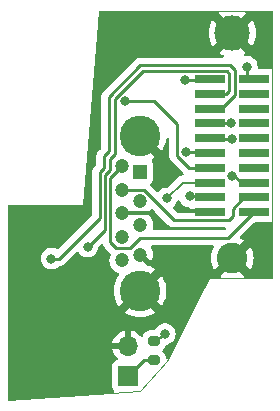
<source format=gbr>
%TF.GenerationSoftware,KiCad,Pcbnew,7.0.10*%
%TF.CreationDate,2024-06-17T16:45:55-04:00*%
%TF.ProjectId,MidInterface1.1.1,4d696449-6e74-4657-9266-616365312e31,rev?*%
%TF.SameCoordinates,PX772dc40PY4d83c00*%
%TF.FileFunction,Copper,L1,Top*%
%TF.FilePolarity,Positive*%
%FSLAX46Y46*%
G04 Gerber Fmt 4.6, Leading zero omitted, Abs format (unit mm)*
G04 Created by KiCad (PCBNEW 7.0.10) date 2024-06-17 16:45:55*
%MOMM*%
%LPD*%
G01*
G04 APERTURE LIST*
G04 Aperture macros list*
%AMRoundRect*
0 Rectangle with rounded corners*
0 $1 Rounding radius*
0 $2 $3 $4 $5 $6 $7 $8 $9 X,Y pos of 4 corners*
0 Add a 4 corners polygon primitive as box body*
4,1,4,$2,$3,$4,$5,$6,$7,$8,$9,$2,$3,0*
0 Add four circle primitives for the rounded corners*
1,1,$1+$1,$2,$3*
1,1,$1+$1,$4,$5*
1,1,$1+$1,$6,$7*
1,1,$1+$1,$8,$9*
0 Add four rect primitives between the rounded corners*
20,1,$1+$1,$2,$3,$4,$5,0*
20,1,$1+$1,$4,$5,$6,$7,0*
20,1,$1+$1,$6,$7,$8,$9,0*
20,1,$1+$1,$8,$9,$2,$3,0*%
G04 Aperture macros list end*
%TA.AperFunction,ComponentPad*%
%ADD10C,2.600000*%
%TD*%
%TA.AperFunction,ComponentPad*%
%ADD11C,3.000000*%
%TD*%
%TA.AperFunction,SMDPad,CuDef*%
%ADD12R,2.500000X0.700000*%
%TD*%
%TA.AperFunction,SMDPad,CuDef*%
%ADD13RoundRect,0.200000X0.275000X-0.200000X0.275000X0.200000X-0.275000X0.200000X-0.275000X-0.200000X0*%
%TD*%
%TA.AperFunction,ComponentPad*%
%ADD14R,1.700000X1.700000*%
%TD*%
%TA.AperFunction,ComponentPad*%
%ADD15O,1.700000X1.700000*%
%TD*%
%TA.AperFunction,ComponentPad*%
%ADD16R,1.200000X1.200000*%
%TD*%
%TA.AperFunction,ComponentPad*%
%ADD17C,1.200000*%
%TD*%
%TA.AperFunction,ComponentPad*%
%ADD18C,3.450000*%
%TD*%
%TA.AperFunction,ViaPad*%
%ADD19C,0.800000*%
%TD*%
%TA.AperFunction,Conductor*%
%ADD20C,0.350000*%
%TD*%
%TA.AperFunction,Conductor*%
%ADD21C,0.200000*%
%TD*%
%TA.AperFunction,Conductor*%
%ADD22C,0.250000*%
%TD*%
%TA.AperFunction,Profile*%
%ADD23C,0.025400*%
%TD*%
G04 APERTURE END LIST*
D10*
%TO.P,H2,11*%
%TO.N,GND*%
X18978000Y12000400D03*
%TD*%
D11*
%TO.P,H1,11*%
%TO.N,GND*%
X18978000Y31050400D03*
%TD*%
D12*
%TO.P,J1,1,1*%
%TO.N,GND*%
X17128000Y15900400D03*
%TO.P,J1,2,2*%
%TO.N,/USB D-*%
X17128000Y17150400D03*
%TO.P,J1,3,3*%
%TO.N,/USB D+*%
X17128000Y18400400D03*
%TO.P,J1,4,4*%
%TO.N,+5V*%
X17128000Y19650400D03*
%TO.P,J1,5,5*%
%TO.N,/Limit Switch*%
X17128000Y20900400D03*
%TO.P,J1,6,6*%
%TO.N,/M+*%
X17128000Y22150400D03*
%TO.P,J1,7,7*%
%TO.N,/M-*%
X17128000Y23400400D03*
%TO.P,J1,8,8*%
%TO.N,/Encoder A*%
X17128000Y24650400D03*
%TO.P,J1,9,9*%
%TO.N,/Encoder B*%
X17128000Y25900400D03*
%TO.P,J1,10,10*%
%TO.N,+BATT*%
X17128000Y27150400D03*
%TO.P,J1,11,11*%
%TO.N,/CAN-L*%
X20828000Y15900400D03*
%TO.P,J1,12,12*%
%TO.N,/CAN-H*%
X20828000Y17150400D03*
%TO.P,J1,13,13*%
%TO.N,VBUS*%
X20828000Y18400400D03*
%TO.P,J1,14,14*%
%TO.N,unconnected-(J1-Pad14)*%
X20828000Y19650400D03*
%TO.P,J1,15,15*%
%TO.N,unconnected-(J1-Pad15)*%
X20828000Y20900400D03*
%TO.P,J1,16,16*%
%TO.N,unconnected-(J1-Pad16)*%
X20828000Y22150400D03*
%TO.P,J1,17,17*%
%TO.N,unconnected-(J1-Pad17)*%
X20828000Y23400400D03*
%TO.P,J1,18,18*%
%TO.N,unconnected-(J1-Pad18)*%
X20828000Y24650400D03*
%TO.P,J1,19,19*%
%TO.N,unconnected-(J1-Pad19)*%
X20828000Y25900400D03*
%TO.P,J1,20,20*%
%TO.N,+3.3V*%
X20828000Y27150400D03*
%TD*%
D13*
%TO.P,R1,1*%
%TO.N,/Limit Switch*%
X12369800Y3340600D03*
%TO.P,R1,2*%
%TO.N,+3.3V*%
X12369800Y4990600D03*
%TD*%
D14*
%TO.P,J3,1,Pin_1*%
%TO.N,/Limit Switch*%
X10160000Y2032000D03*
D15*
%TO.P,J3,2,Pin_2*%
%TO.N,GND*%
X10160000Y4572000D03*
%TD*%
D16*
%TO.P,J2,1,VBUS*%
%TO.N,VBUS*%
X11176000Y19304000D03*
D17*
%TO.P,J2,2,D-*%
%TO.N,/USB D-*%
X11176000Y16804000D03*
%TO.P,J2,3,D+*%
%TO.N,/USB D+*%
X11176000Y14804000D03*
%TO.P,J2,4,GND*%
%TO.N,GND*%
X11176000Y12304000D03*
%TO.P,J2,5,SSRX-*%
%TO.N,+5V*%
X9676000Y11804000D03*
%TO.P,J2,6,SSRX+*%
%TO.N,+BATT*%
X9676000Y13804000D03*
%TO.P,J2,7,GND_DRAIN*%
%TO.N,GND*%
X9676000Y15804000D03*
%TO.P,J2,8,SSTX-*%
%TO.N,/CAN-H*%
X9676000Y17804000D03*
%TO.P,J2,9,SSTX+*%
%TO.N,/CAN-L*%
X9676000Y19804000D03*
D18*
%TO.P,J2,MH1,MH1*%
%TO.N,GND*%
X11176000Y22374000D03*
%TO.P,J2,MH2,MH2*%
X11176000Y9234000D03*
%TD*%
D19*
%TO.N,GND*%
X3429000Y13970000D03*
X12827000Y14859000D03*
X5080000Y15570200D03*
X14478000Y16256000D03*
%TO.N,/USB D-*%
X15367000Y17221525D03*
%TO.N,/USB D+*%
X13426000Y17054000D03*
%TO.N,+5V*%
X9906000Y25273000D03*
%TO.N,/Limit Switch*%
X15036800Y20955000D03*
%TO.N,/M+*%
X18948400Y22098000D03*
%TO.N,/M-*%
X18897600Y23469600D03*
%TO.N,/Encoder A*%
X3657600Y11963400D03*
%TO.N,/Encoder B*%
X6731000Y12979400D03*
%TO.N,+BATT*%
X14986000Y27100400D03*
%TO.N,+3.3V*%
X13278442Y5573601D03*
X20218400Y28219400D03*
%TO.N,VBUS*%
X18966114Y18929509D03*
%TD*%
D20*
%TO.N,GND*%
X9676000Y15804000D02*
X12090400Y15798800D01*
D21*
%TO.N,/USB D-*%
X15438125Y17150400D02*
X17128000Y17150400D01*
X15367000Y17221525D02*
X15438125Y17150400D01*
%TO.N,/USB D+*%
X14772400Y18400400D02*
X17128000Y18400400D01*
X13426000Y17054000D02*
X14772400Y18400400D01*
D22*
%TO.N,+5V*%
X14261000Y23331000D02*
X14261000Y20664000D01*
X12319000Y25273000D02*
X14261000Y23331000D01*
X9906000Y25273000D02*
X12319000Y25273000D01*
X15274600Y19650400D02*
X17128000Y19650400D01*
X14261000Y20664000D02*
X15274600Y19650400D01*
%TO.N,/Limit Switch*%
X11468600Y3340600D02*
X10160000Y2032000D01*
X12369800Y3340600D02*
X11468600Y3340600D01*
X17128000Y20900400D02*
X15036800Y20955000D01*
%TO.N,/M+*%
X18977998Y22148800D02*
X18976398Y22150400D01*
X18948400Y22098000D02*
X17128000Y22150400D01*
X18976398Y22150400D02*
X18948400Y22098000D01*
%TO.N,/M-*%
X17128000Y23400400D02*
X18897600Y23469600D01*
%TO.N,/Encoder A*%
X8509000Y21031200D02*
X8509000Y25654000D01*
X18770600Y28346400D02*
X19202400Y27914600D01*
X7736000Y15381400D02*
X7736000Y19293000D01*
X19202400Y25824800D02*
X18028000Y24650400D01*
X8102600Y20624800D02*
X8509000Y21031200D01*
X4318000Y11963400D02*
X7736000Y15381400D01*
X8102600Y19659600D02*
X8102600Y20624800D01*
X11201400Y28346400D02*
X18770600Y28346400D01*
X19202400Y27914600D02*
X19202400Y25824800D01*
X7736000Y19293000D02*
X8102600Y19659600D01*
X8509000Y25654000D02*
X11201400Y28346400D01*
X3657600Y11963400D02*
X4318000Y11963400D01*
%TO.N,/Encoder B*%
X18503900Y27838400D02*
X18719800Y27622500D01*
X18719800Y27622500D02*
X18719800Y26136800D01*
X18483400Y25900400D02*
X17128000Y25900400D01*
X6756400Y12979400D02*
X8186000Y14409000D01*
X9017000Y20777200D02*
X9017000Y25463500D01*
X11391900Y27838400D02*
X18503900Y27838400D01*
X8186000Y19029198D02*
X8610600Y19453798D01*
X9017000Y25463500D02*
X11391900Y27838400D01*
X8610600Y20370800D02*
X9017000Y20777200D01*
X8186000Y14409000D02*
X8186000Y19029198D01*
X18719800Y26136800D02*
X18483400Y25900400D01*
X8610600Y19453798D02*
X8610600Y20370800D01*
X6731000Y12979400D02*
X6756400Y12979400D01*
%TO.N,+BATT*%
X14986000Y27100400D02*
X17078000Y27100400D01*
X17078000Y27100400D02*
X17128000Y27150400D01*
%TO.N,/CAN-L*%
X9144000Y12827000D02*
X10287000Y12827000D01*
X9676000Y19804000D02*
X8636000Y18764000D01*
X11176000Y13716000D02*
X18643600Y13716000D01*
X18643600Y13716000D02*
X20828000Y15900400D01*
X8636000Y18764000D02*
X8636000Y13335000D01*
X10287000Y12827000D02*
X11176000Y13716000D01*
X8636000Y13335000D02*
X9144000Y12827000D01*
%TO.N,/CAN-H*%
X14042295Y15225400D02*
X12864000Y16403695D01*
X11484148Y17804000D02*
X9676000Y17804000D01*
X19050000Y15572400D02*
X18703000Y15225400D01*
X19050000Y16194400D02*
X19050000Y15572400D01*
X20828000Y17150400D02*
X20006000Y17150400D01*
X20006000Y17150400D02*
X19050000Y16194400D01*
X12864000Y16424148D02*
X11484148Y17804000D01*
X12864000Y16403695D02*
X12864000Y16424148D01*
X18703000Y15225400D02*
X14042295Y15225400D01*
%TO.N,+3.3V*%
X13278442Y5573601D02*
X12369800Y4990600D01*
X20218400Y27330400D02*
X20218400Y28219400D01*
X20828000Y27150400D02*
X20218400Y27330400D01*
%TO.N,VBUS*%
X18966114Y18929509D02*
X19195891Y18929509D01*
X19725000Y18400400D02*
X20828000Y18400400D01*
X19195891Y18929509D02*
X19725000Y18400400D01*
%TD*%
%TA.AperFunction,Conductor*%
%TO.N,GND*%
G36*
X17829813Y32898215D02*
G01*
X17875568Y32845411D01*
X17885512Y32776253D01*
X17857795Y32715564D01*
X17857385Y32709831D01*
X18442783Y32124433D01*
X18343575Y32075032D01*
X18166102Y31941010D01*
X18016277Y31776660D01*
X17900274Y31589310D01*
X17318569Y32171015D01*
X17291196Y32134447D01*
X17154091Y31883359D01*
X17054109Y31615296D01*
X16993300Y31335763D01*
X16972891Y31050402D01*
X16972891Y31050399D01*
X16993300Y30765038D01*
X17054109Y30485505D01*
X17154091Y30217442D01*
X17291191Y29966362D01*
X17291196Y29966354D01*
X17318569Y29929787D01*
X17318570Y29929787D01*
X17900274Y30511491D01*
X18016277Y30324140D01*
X18166102Y30159790D01*
X18343575Y30025768D01*
X18442782Y29976369D01*
X17857385Y29390972D01*
X17857386Y29390971D01*
X17893953Y29363597D01*
X17893961Y29363592D01*
X18145042Y29226492D01*
X18145041Y29226492D01*
X18183676Y29212082D01*
X18239609Y29170210D01*
X18264026Y29104746D01*
X18249174Y29036473D01*
X18199769Y28987068D01*
X18140342Y28971900D01*
X11284143Y28971900D01*
X11268522Y28973625D01*
X11268495Y28973339D01*
X11260733Y28974074D01*
X11193513Y28971961D01*
X11189619Y28971900D01*
X11162050Y28971900D01*
X11158073Y28971398D01*
X11146442Y28970483D01*
X11102774Y28969111D01*
X11102768Y28969110D01*
X11083526Y28963520D01*
X11064487Y28959577D01*
X11044617Y28957066D01*
X11044603Y28957063D01*
X11003998Y28940987D01*
X10992954Y28937206D01*
X10951014Y28925021D01*
X10951010Y28925019D01*
X10933766Y28914821D01*
X10916305Y28906267D01*
X10897674Y28898890D01*
X10897662Y28898883D01*
X10862333Y28873215D01*
X10852573Y28866804D01*
X10814980Y28844571D01*
X10800814Y28830405D01*
X10786024Y28817773D01*
X10769814Y28805996D01*
X10769811Y28805993D01*
X10741973Y28772342D01*
X10734111Y28763703D01*
X8125208Y26154801D01*
X8112951Y26144980D01*
X8113134Y26144759D01*
X8107122Y26139786D01*
X8061098Y26090777D01*
X8058391Y26087984D01*
X8038889Y26068483D01*
X8038875Y26068466D01*
X8036407Y26065285D01*
X8028843Y26056430D01*
X7998937Y26024582D01*
X7998936Y26024580D01*
X7989284Y26007024D01*
X7978610Y25990774D01*
X7966329Y25974939D01*
X7966324Y25974932D01*
X7948975Y25934842D01*
X7943838Y25924356D01*
X7922803Y25886094D01*
X7917822Y25866693D01*
X7911521Y25848290D01*
X7903562Y25829898D01*
X7903561Y25829895D01*
X7896728Y25786757D01*
X7894360Y25775326D01*
X7883501Y25733029D01*
X7883500Y25733018D01*
X7883500Y25712984D01*
X7881973Y25693585D01*
X7878840Y25673806D01*
X7878840Y25673805D01*
X7882950Y25630326D01*
X7883500Y25618657D01*
X7883500Y21341654D01*
X7863815Y21274615D01*
X7847181Y21253974D01*
X7745818Y21152611D01*
X7718808Y21125600D01*
X7706551Y21115780D01*
X7706734Y21115559D01*
X7700722Y21110586D01*
X7654698Y21061577D01*
X7651991Y21058784D01*
X7632489Y21039283D01*
X7632475Y21039266D01*
X7630007Y21036085D01*
X7622443Y21027230D01*
X7592537Y20995382D01*
X7592536Y20995380D01*
X7582884Y20977824D01*
X7572210Y20961574D01*
X7559929Y20945739D01*
X7559924Y20945732D01*
X7542575Y20905642D01*
X7537438Y20895156D01*
X7516403Y20856894D01*
X7511422Y20837493D01*
X7505121Y20819090D01*
X7497162Y20800698D01*
X7497161Y20800695D01*
X7490328Y20757557D01*
X7487960Y20746126D01*
X7477101Y20703829D01*
X7477100Y20703818D01*
X7477100Y20683784D01*
X7475573Y20664385D01*
X7472440Y20644606D01*
X7472440Y20644605D01*
X7476550Y20601126D01*
X7477100Y20589457D01*
X7477100Y19970053D01*
X7457415Y19903014D01*
X7440785Y19882377D01*
X7388418Y19830009D01*
X7352211Y19793802D01*
X7339952Y19783981D01*
X7340135Y19783760D01*
X7334125Y19778788D01*
X7288096Y19729774D01*
X7285389Y19726981D01*
X7265882Y19707474D01*
X7265867Y19707457D01*
X7263407Y19704286D01*
X7255841Y19695428D01*
X7225937Y19663582D01*
X7225936Y19663580D01*
X7216284Y19646024D01*
X7205610Y19629774D01*
X7193329Y19613939D01*
X7193324Y19613932D01*
X7175975Y19573842D01*
X7170838Y19563356D01*
X7149803Y19525094D01*
X7144822Y19505693D01*
X7138521Y19487290D01*
X7130562Y19468898D01*
X7130561Y19468895D01*
X7123728Y19425757D01*
X7121360Y19414326D01*
X7110501Y19372029D01*
X7110500Y19372018D01*
X7110500Y19351984D01*
X7108973Y19332585D01*
X7105840Y19312806D01*
X7105840Y19312805D01*
X7109950Y19269326D01*
X7110500Y19257657D01*
X7110500Y15691854D01*
X7090815Y15624815D01*
X7074181Y15604173D01*
X4244786Y12774779D01*
X4183463Y12741294D01*
X4113771Y12746278D01*
X4106669Y12749181D01*
X3937407Y12824543D01*
X3937402Y12824545D01*
X3791601Y12855535D01*
X3752246Y12863900D01*
X3562954Y12863900D01*
X3530497Y12857002D01*
X3377797Y12824545D01*
X3377792Y12824543D01*
X3204870Y12747552D01*
X3204865Y12747549D01*
X3051729Y12636289D01*
X2925066Y12495615D01*
X2830421Y12331685D01*
X2830418Y12331678D01*
X2786091Y12195252D01*
X2771926Y12151656D01*
X2752140Y11963400D01*
X2771926Y11775144D01*
X2771927Y11775141D01*
X2830418Y11595123D01*
X2830421Y11595116D01*
X2925067Y11431184D01*
X3009061Y11337900D01*
X3051729Y11290512D01*
X3204865Y11179252D01*
X3204870Y11179249D01*
X3377792Y11102258D01*
X3377797Y11102256D01*
X3562954Y11062900D01*
X3562955Y11062900D01*
X3752244Y11062900D01*
X3752246Y11062900D01*
X3937403Y11102256D01*
X4110330Y11179249D01*
X4263471Y11290512D01*
X4269201Y11296877D01*
X4328684Y11333526D01*
X4353567Y11337662D01*
X4357343Y11337900D01*
X4357350Y11337900D01*
X4361324Y11338403D01*
X4372963Y11339320D01*
X4416627Y11340691D01*
X4435869Y11346283D01*
X4454912Y11350226D01*
X4474792Y11352736D01*
X4515401Y11368815D01*
X4526444Y11372597D01*
X4568390Y11384782D01*
X4585629Y11394978D01*
X4603103Y11403538D01*
X4621727Y11410912D01*
X4621727Y11410913D01*
X4621732Y11410914D01*
X4657083Y11436600D01*
X4666814Y11442992D01*
X4704420Y11465230D01*
X4718589Y11479401D01*
X4733379Y11492032D01*
X4749587Y11503806D01*
X4777438Y11537474D01*
X4785279Y11546091D01*
X5769965Y12530777D01*
X5831287Y12564260D01*
X5900979Y12559276D01*
X5956912Y12517404D01*
X5965032Y12505094D01*
X5998465Y12447186D01*
X6125129Y12306512D01*
X6278265Y12195252D01*
X6278270Y12195249D01*
X6451192Y12118258D01*
X6451197Y12118256D01*
X6636354Y12078900D01*
X6636355Y12078900D01*
X6825644Y12078900D01*
X6825646Y12078900D01*
X7010803Y12118256D01*
X7183730Y12195249D01*
X7336871Y12306512D01*
X7463533Y12447184D01*
X7558179Y12611116D01*
X7616674Y12791144D01*
X7631337Y12930670D01*
X7657921Y12995283D01*
X7666968Y13005380D01*
X7839068Y13177480D01*
X7900389Y13210963D01*
X7970081Y13205979D01*
X8026014Y13164107D01*
X8045823Y13124393D01*
X8057380Y13084612D01*
X8067580Y13067366D01*
X8076138Y13049897D01*
X8083514Y13031268D01*
X8109181Y12995940D01*
X8115593Y12986179D01*
X8137828Y12948583D01*
X8137833Y12948576D01*
X8151990Y12934420D01*
X8164628Y12919624D01*
X8176405Y12903414D01*
X8176406Y12903413D01*
X8210057Y12875575D01*
X8218698Y12867712D01*
X8643194Y12443216D01*
X8653017Y12430955D01*
X8653239Y12431137D01*
X8663186Y12419113D01*
X8662016Y12418146D01*
X8692949Y12365507D01*
X8690160Y12295693D01*
X8683673Y12280080D01*
X8651925Y12216319D01*
X8645418Y12203250D01*
X8638290Y12178199D01*
X8589602Y12007083D01*
X8570785Y11804001D01*
X8570785Y11804000D01*
X8589602Y11600918D01*
X8645417Y11404753D01*
X8645422Y11404740D01*
X8736327Y11222179D01*
X8859237Y11059419D01*
X9009958Y10922020D01*
X9009960Y10922018D01*
X9101825Y10865138D01*
X9183363Y10814652D01*
X9335256Y10755809D01*
X9390657Y10713236D01*
X9414248Y10647469D01*
X9398537Y10579389D01*
X9393564Y10571292D01*
X9244960Y10348891D01*
X9244956Y10348884D01*
X9115958Y10087302D01*
X9022203Y9811106D01*
X9022201Y9811098D01*
X8965303Y9525055D01*
X8965302Y9525043D01*
X8946226Y9234000D01*
X8965302Y8942958D01*
X8965303Y8942946D01*
X9022201Y8656903D01*
X9022203Y8656895D01*
X9115958Y8380699D01*
X9244956Y8119117D01*
X9356044Y7952862D01*
X10136633Y8733451D01*
X10142152Y8719205D01*
X10254348Y8538001D01*
X10397931Y8380499D01*
X10568009Y8252061D01*
X10678071Y8197257D01*
X9894860Y7414046D01*
X10061116Y7302957D01*
X10322698Y7173959D01*
X10598894Y7080204D01*
X10598902Y7080202D01*
X10884945Y7023304D01*
X10884957Y7023303D01*
X11176000Y7004227D01*
X11467042Y7023303D01*
X11467054Y7023304D01*
X11753097Y7080202D01*
X11753105Y7080204D01*
X12029301Y7173959D01*
X12290883Y7302957D01*
X12457138Y7414046D01*
X11673928Y8197257D01*
X11783991Y8252061D01*
X11954069Y8380499D01*
X12097652Y8538001D01*
X12209848Y8719205D01*
X12215366Y8733450D01*
X12995954Y7952862D01*
X13107043Y8119117D01*
X13236041Y8380699D01*
X13329796Y8656895D01*
X13329798Y8656903D01*
X13386696Y8942946D01*
X13386697Y8942958D01*
X13405773Y9234000D01*
X13386697Y9525043D01*
X13386696Y9525055D01*
X13329798Y9811098D01*
X13329796Y9811106D01*
X13236041Y10087302D01*
X13107043Y10348884D01*
X12995954Y10515140D01*
X12215366Y9734552D01*
X12209848Y9748795D01*
X12097652Y9929999D01*
X11954069Y10087501D01*
X11783991Y10215939D01*
X11673927Y10270744D01*
X12457138Y11053956D01*
X12290883Y11165044D01*
X12029298Y11294043D01*
X12029291Y11294045D01*
X11838744Y11358729D01*
X11781419Y11361973D01*
X11735341Y11391105D01*
X11172446Y11954000D01*
X11205005Y11954000D01*
X11291216Y11968386D01*
X11393947Y12023981D01*
X11473060Y12109921D01*
X11519982Y12216892D01*
X11527380Y12306173D01*
X12113465Y11720088D01*
X12115247Y11722447D01*
X12115248Y11722449D01*
X12206113Y11904931D01*
X12206116Y11904937D01*
X12261902Y12101008D01*
X12261903Y12101011D01*
X12280713Y12304000D01*
X12280713Y12304001D01*
X12261903Y12506990D01*
X12261902Y12506993D01*
X12206116Y12703064D01*
X12206113Y12703070D01*
X12115245Y12885558D01*
X12110552Y12891772D01*
X12085859Y12957133D01*
X12100423Y13025468D01*
X12149620Y13075081D01*
X12209505Y13090500D01*
X17314135Y13090500D01*
X17381174Y13070815D01*
X17426929Y13018011D01*
X17436873Y12948853D01*
X17421522Y12904500D01*
X17351709Y12783582D01*
X17253148Y12532453D01*
X17253142Y12532434D01*
X17193113Y12269429D01*
X17193113Y12269427D01*
X17172953Y12000405D01*
X17172953Y12000396D01*
X17193113Y11731374D01*
X17193113Y11731372D01*
X17253142Y11468367D01*
X17253148Y11468348D01*
X17351709Y11217219D01*
X17463088Y11024305D01*
X17463089Y11024304D01*
X17938633Y11499849D01*
X17944152Y11485605D01*
X18056348Y11304401D01*
X18199931Y11146899D01*
X18370009Y11018461D01*
X18480070Y10963658D01*
X18003006Y10486594D01*
X18006581Y10448477D01*
X17993242Y10379893D01*
X17944941Y10329408D01*
X17883123Y10312900D01*
X17022957Y10312900D01*
X17018351Y10313084D01*
X17017710Y10312876D01*
X17017294Y10312462D01*
X17015505Y10308590D01*
X13579887Y3535514D01*
X13532004Y3484632D01*
X13464214Y3467713D01*
X13398038Y3490131D01*
X13354488Y3544767D01*
X13345300Y3591609D01*
X13345300Y3597214D01*
X13338886Y3667793D01*
X13338886Y3667796D01*
X13288278Y3830206D01*
X13200272Y3975785D01*
X13200270Y3975787D01*
X13200269Y3975789D01*
X13098139Y4077919D01*
X13064654Y4139242D01*
X13069638Y4208934D01*
X13098139Y4253281D01*
X13200268Y4355411D01*
X13200269Y4355412D01*
X13200272Y4355415D01*
X13288278Y4500994D01*
X13318100Y4596699D01*
X13356837Y4654845D01*
X13410703Y4681097D01*
X13558245Y4712457D01*
X13731172Y4789450D01*
X13884313Y4900713D01*
X14010975Y5041385D01*
X14105621Y5205317D01*
X14164116Y5385345D01*
X14183902Y5573601D01*
X14164116Y5761857D01*
X14105621Y5941885D01*
X14010975Y6105817D01*
X13884313Y6246489D01*
X13884312Y6246490D01*
X13731176Y6357750D01*
X13731171Y6357753D01*
X13558249Y6434744D01*
X13558244Y6434746D01*
X13412443Y6465736D01*
X13373088Y6474101D01*
X13183796Y6474101D01*
X13151339Y6467203D01*
X12998639Y6434746D01*
X12998634Y6434744D01*
X12825712Y6357753D01*
X12825707Y6357750D01*
X12672571Y6246490D01*
X12545908Y6105816D01*
X12457738Y5953100D01*
X12407171Y5904885D01*
X12350351Y5891100D01*
X12038184Y5891100D01*
X12018945Y5889352D01*
X11967607Y5884687D01*
X11805193Y5834078D01*
X11659611Y5746070D01*
X11539330Y5625789D01*
X11451322Y5480207D01*
X11440458Y5445340D01*
X11401720Y5387192D01*
X11337695Y5359218D01*
X11268709Y5370299D01*
X11220497Y5411106D01*
X11198109Y5443078D01*
X11198108Y5443080D01*
X11031082Y5610106D01*
X10837578Y5745601D01*
X10623492Y5845430D01*
X10623486Y5845433D01*
X10410000Y5902636D01*
X10410000Y5007502D01*
X10302315Y5056680D01*
X10195763Y5072000D01*
X10124237Y5072000D01*
X10017685Y5056680D01*
X9910000Y5007502D01*
X9910000Y5902636D01*
X9909999Y5902636D01*
X9696513Y5845433D01*
X9696507Y5845430D01*
X9482422Y5745601D01*
X9482420Y5745600D01*
X9288926Y5610114D01*
X9288920Y5610109D01*
X9121891Y5443080D01*
X9121886Y5443074D01*
X8986400Y5249580D01*
X8986399Y5249578D01*
X8886570Y5035493D01*
X8886567Y5035487D01*
X8829364Y4822001D01*
X8829364Y4822000D01*
X9726314Y4822000D01*
X9700507Y4781844D01*
X9660000Y4643889D01*
X9660000Y4500111D01*
X9700507Y4362156D01*
X9726314Y4322000D01*
X8829364Y4322000D01*
X8886567Y4108514D01*
X8886570Y4108508D01*
X8986399Y3894422D01*
X9121894Y3700918D01*
X9243946Y3578866D01*
X9277431Y3517543D01*
X9272447Y3447851D01*
X9230575Y3391918D01*
X9199598Y3375003D01*
X9067671Y3325798D01*
X9067664Y3325794D01*
X8952455Y3239548D01*
X8952452Y3239545D01*
X8866206Y3124336D01*
X8866202Y3124329D01*
X8815908Y2989483D01*
X8809501Y2929884D01*
X8809500Y2929865D01*
X8809500Y1134130D01*
X8809501Y1134124D01*
X8815908Y1074517D01*
X8866202Y939672D01*
X8866206Y939665D01*
X8952452Y824456D01*
X8958725Y818183D01*
X8956305Y815764D01*
X8988288Y773041D01*
X8993272Y703349D01*
X8959787Y642026D01*
X8898464Y608541D01*
X8880541Y605994D01*
X132935Y9566D01*
X64712Y24645D01*
X15471Y74214D01*
X500Y133279D01*
X500Y16385500D01*
X20185Y16452539D01*
X72989Y16498294D01*
X124500Y16509500D01*
X6344308Y16509500D01*
X6350122Y16509258D01*
X6350711Y16509796D01*
X6350956Y16515444D01*
X6351487Y16521786D01*
X7712557Y32804230D01*
X7737758Y32869396D01*
X7794189Y32910593D01*
X7836126Y32917900D01*
X17762774Y32917900D01*
X17829813Y32898215D01*
G37*
%TD.AperFunction*%
%TA.AperFunction,Conductor*%
G36*
X22315181Y15027317D02*
G01*
X22348666Y14965994D01*
X22351500Y14939636D01*
X22351500Y10436900D01*
X22331815Y10369861D01*
X22279011Y10324106D01*
X22227500Y10312900D01*
X20072877Y10312900D01*
X20005838Y10332585D01*
X19960083Y10385389D01*
X19949419Y10448478D01*
X19952993Y10486593D01*
X19475928Y10963657D01*
X19585991Y11018461D01*
X19756069Y11146899D01*
X19899652Y11304401D01*
X20011848Y11485605D01*
X20017365Y11499849D01*
X20492910Y11024304D01*
X20492911Y11024304D01*
X20604290Y11217219D01*
X20702851Y11468348D01*
X20702857Y11468367D01*
X20762886Y11731372D01*
X20762886Y11731374D01*
X20783047Y12000396D01*
X20783047Y12000405D01*
X20762886Y12269427D01*
X20762886Y12269429D01*
X20702857Y12532434D01*
X20702851Y12532453D01*
X20604290Y12783582D01*
X20492910Y12976497D01*
X20017365Y12500953D01*
X20011848Y12515195D01*
X19899652Y12696399D01*
X19756069Y12853901D01*
X19585991Y12982339D01*
X19475927Y13037144D01*
X19952992Y13514209D01*
X19880524Y13563617D01*
X19880518Y13563620D01*
X19697315Y13651846D01*
X19645455Y13698668D01*
X19627142Y13766095D01*
X19648190Y13832719D01*
X19663428Y13851240D01*
X20825772Y15013582D01*
X20887095Y15047067D01*
X20913453Y15049901D01*
X22125871Y15049901D01*
X22125872Y15049901D01*
X22185483Y15056309D01*
X22185485Y15056310D01*
X22185487Y15056310D01*
X22193031Y15058092D01*
X22193412Y15056480D01*
X22253858Y15060802D01*
X22315181Y15027317D01*
G37*
%TD.AperFunction*%
%TA.AperFunction,Conductor*%
G36*
X12244703Y16158854D02*
G01*
X12325149Y16078408D01*
X12344199Y16053849D01*
X12365825Y16017281D01*
X12365833Y16017271D01*
X12379990Y16003115D01*
X12392628Y15988319D01*
X12404405Y15972109D01*
X12404406Y15972108D01*
X12438057Y15944270D01*
X12446698Y15936407D01*
X13541489Y14841616D01*
X13551314Y14829352D01*
X13551535Y14829534D01*
X13556505Y14823526D01*
X13605534Y14777485D01*
X13608331Y14774774D01*
X13627825Y14755280D01*
X13630990Y14752825D01*
X13639866Y14745244D01*
X13671713Y14715338D01*
X13671717Y14715336D01*
X13689268Y14705687D01*
X13705526Y14695008D01*
X13721359Y14682726D01*
X13756705Y14667432D01*
X13761450Y14665378D01*
X13771930Y14660245D01*
X13810203Y14639203D01*
X13829607Y14634221D01*
X13848005Y14627922D01*
X13866400Y14619962D01*
X13909549Y14613129D01*
X13920975Y14610762D01*
X13963276Y14599900D01*
X13983311Y14599900D01*
X14002708Y14598374D01*
X14022491Y14595240D01*
X14065970Y14599350D01*
X14077639Y14599900D01*
X18343547Y14599900D01*
X18410586Y14580215D01*
X18456341Y14527411D01*
X18466285Y14458253D01*
X18437260Y14394697D01*
X18431228Y14388219D01*
X18420828Y14377819D01*
X18359505Y14344334D01*
X18333147Y14341500D01*
X12352788Y14341500D01*
X12285749Y14361185D01*
X12239994Y14413989D01*
X12230050Y14483147D01*
X12233520Y14499428D01*
X12262397Y14600917D01*
X12281215Y14804000D01*
X12277729Y14841616D01*
X12262397Y15007083D01*
X12248391Y15056309D01*
X12206582Y15203250D01*
X12115673Y15385821D01*
X11992764Y15548579D01*
X11992762Y15548582D01*
X11842042Y15685981D01*
X11830723Y15692989D01*
X11821704Y15698574D01*
X11775069Y15750599D01*
X11763964Y15819581D01*
X11791916Y15883615D01*
X11821703Y15909427D01*
X11842041Y15922019D01*
X11992764Y16059421D01*
X12058070Y16145901D01*
X12114175Y16187535D01*
X12183887Y16192228D01*
X12244703Y16158854D01*
G37*
%TD.AperFunction*%
%TA.AperFunction,Conductor*%
G36*
X14478427Y16920579D02*
G01*
X14529903Y16873335D01*
X14536503Y16858885D01*
X14537175Y16859184D01*
X14539821Y16853241D01*
X14634467Y16689309D01*
X14714056Y16600917D01*
X14761129Y16548637D01*
X14914265Y16437377D01*
X14914270Y16437374D01*
X15087192Y16360383D01*
X15087197Y16360381D01*
X15272354Y16321025D01*
X15272355Y16321025D01*
X15278711Y16319674D01*
X15278139Y16316984D01*
X15331535Y16295042D01*
X15371544Y16237761D01*
X15378000Y16198272D01*
X15378000Y16150400D01*
X17254000Y16150400D01*
X17321039Y16130715D01*
X17366794Y16077911D01*
X17378000Y16026400D01*
X17378000Y15974900D01*
X17358315Y15907861D01*
X17305511Y15862106D01*
X17254000Y15850900D01*
X14352747Y15850900D01*
X14285708Y15870585D01*
X14265066Y15887219D01*
X13983538Y16168747D01*
X13950053Y16230070D01*
X13955037Y16299762D01*
X13996909Y16355695D01*
X13998268Y16356699D01*
X14031871Y16381112D01*
X14158533Y16521784D01*
X14253179Y16685716D01*
X14305785Y16847621D01*
X14345222Y16905296D01*
X14409581Y16932494D01*
X14478427Y16920579D01*
G37*
%TD.AperFunction*%
%TA.AperFunction,Conductor*%
G36*
X13598658Y22179334D02*
G01*
X13632507Y22118212D01*
X13635500Y22091133D01*
X13635500Y20746745D01*
X13633775Y20731128D01*
X13634061Y20731101D01*
X13633326Y20723335D01*
X13635439Y20656128D01*
X13635500Y20652233D01*
X13635500Y20624643D01*
X13636003Y20620665D01*
X13636918Y20609033D01*
X13638290Y20565376D01*
X13638291Y20565373D01*
X13643880Y20546133D01*
X13647824Y20527089D01*
X13650336Y20507208D01*
X13666414Y20466597D01*
X13670197Y20455548D01*
X13677193Y20431468D01*
X13682382Y20413610D01*
X13687769Y20404500D01*
X13692580Y20396366D01*
X13701138Y20378897D01*
X13708514Y20360268D01*
X13734181Y20324940D01*
X13740593Y20315179D01*
X13762828Y20277583D01*
X13762833Y20277576D01*
X13776990Y20263420D01*
X13789628Y20248624D01*
X13801405Y20232414D01*
X13801406Y20232413D01*
X13835057Y20204575D01*
X13843698Y20196712D01*
X14773797Y19266612D01*
X14783622Y19254349D01*
X14783843Y19254531D01*
X14788811Y19248526D01*
X14822429Y19216956D01*
X14857823Y19156715D01*
X14855031Y19086901D01*
X14814937Y19029680D01*
X14753732Y19003625D01*
X14693923Y18995751D01*
X14670989Y18992731D01*
X14615639Y18985445D01*
X14615637Y18985444D01*
X14469557Y18924936D01*
X14344118Y18828684D01*
X14324889Y18803625D01*
X14314198Y18791435D01*
X13513584Y17990819D01*
X13452261Y17957334D01*
X13425903Y17954500D01*
X13331354Y17954500D01*
X13298897Y17947602D01*
X13146197Y17915145D01*
X13146192Y17915143D01*
X12973270Y17838152D01*
X12973265Y17838149D01*
X12820129Y17726889D01*
X12820128Y17726888D01*
X12730230Y17627047D01*
X12670743Y17590399D01*
X12600886Y17591730D01*
X12550400Y17622339D01*
X12059016Y18113723D01*
X12025531Y18175046D01*
X12030515Y18244738D01*
X12072385Y18300670D01*
X12133546Y18346454D01*
X12219796Y18461669D01*
X12270091Y18596517D01*
X12276500Y18656127D01*
X12276499Y19951872D01*
X12270091Y20011483D01*
X12256369Y20048273D01*
X12219797Y20146329D01*
X12219796Y20146330D01*
X12219796Y20146331D01*
X12166239Y20217874D01*
X12141822Y20283338D01*
X12156674Y20351611D01*
X12206079Y20401017D01*
X12210663Y20403398D01*
X12290886Y20442959D01*
X12457138Y20554046D01*
X11673927Y21337257D01*
X11783991Y21392061D01*
X11954069Y21520499D01*
X12097652Y21678001D01*
X12209848Y21859205D01*
X12215366Y21873450D01*
X12995954Y21092862D01*
X13107043Y21259117D01*
X13236041Y21520699D01*
X13329796Y21796895D01*
X13329798Y21796903D01*
X13386696Y22082946D01*
X13386697Y22082958D01*
X13387765Y22099243D01*
X13411792Y22164851D01*
X13467476Y22207055D01*
X13537137Y22212454D01*
X13598658Y22179334D01*
G37*
%TD.AperFunction*%
%TA.AperFunction,Conductor*%
G36*
X22294539Y32898215D02*
G01*
X22340294Y32845411D01*
X22351500Y32793900D01*
X22351500Y28111165D01*
X22331815Y28044126D01*
X22279011Y27998371D01*
X22209853Y27988427D01*
X22193037Y27992718D01*
X22193035Y27992707D01*
X22185483Y27994492D01*
X22125883Y28000899D01*
X22125881Y28000900D01*
X22125873Y28000900D01*
X22125865Y28000900D01*
X21238611Y28000900D01*
X21171572Y28020585D01*
X21125817Y28073389D01*
X21115290Y28137861D01*
X21123860Y28219400D01*
X21104074Y28407656D01*
X21045579Y28587684D01*
X20950933Y28751616D01*
X20824271Y28892288D01*
X20815190Y28898886D01*
X20671134Y29003549D01*
X20671129Y29003552D01*
X20498207Y29080543D01*
X20498202Y29080545D01*
X20352401Y29111535D01*
X20313046Y29119900D01*
X20123754Y29119900D01*
X20121524Y29119427D01*
X20120205Y29119527D01*
X20117297Y29119221D01*
X20117241Y29119754D01*
X20051860Y29124744D01*
X19996127Y29166882D01*
X19972023Y29232462D01*
X19987201Y29300663D01*
X20036322Y29349550D01*
X20062042Y29363595D01*
X20062047Y29363598D01*
X20098613Y29390972D01*
X19513217Y29976369D01*
X19612425Y30025768D01*
X19789898Y30159790D01*
X19939723Y30324140D01*
X20055725Y30511490D01*
X20637428Y29929787D01*
X20664802Y29966353D01*
X20664808Y29966363D01*
X20801908Y30217442D01*
X20901890Y30485505D01*
X20962699Y30765038D01*
X20983109Y31050399D01*
X20983109Y31050402D01*
X20962699Y31335763D01*
X20901890Y31615296D01*
X20801908Y31883359D01*
X20664808Y32134439D01*
X20664803Y32134447D01*
X20637429Y32171014D01*
X20637428Y32171015D01*
X20055724Y31589312D01*
X19939723Y31776660D01*
X19789898Y31941010D01*
X19612425Y32075032D01*
X19513216Y32124433D01*
X20098613Y32709830D01*
X20097670Y32723011D01*
X20077043Y32750565D01*
X20072057Y32820257D01*
X20105542Y32881580D01*
X20166864Y32915066D01*
X20193224Y32917900D01*
X22227500Y32917900D01*
X22294539Y32898215D01*
G37*
%TD.AperFunction*%
%TD*%
D23*
X22352000Y10312400D02*
X17018000Y10312400D01*
X6350000Y16510000D02*
X0Y16510000D01*
X7721600Y32918400D02*
X22352000Y32918400D01*
X17018000Y10312400D02*
X13462000Y3302000D01*
X11176000Y762000D02*
X13462000Y3302000D01*
X6350000Y16510000D02*
X7721600Y32918400D01*
X0Y0D02*
X0Y16510000D01*
X22352000Y32918400D02*
X22352000Y10312400D01*
X11176000Y762000D02*
X0Y0D01*
M02*

</source>
